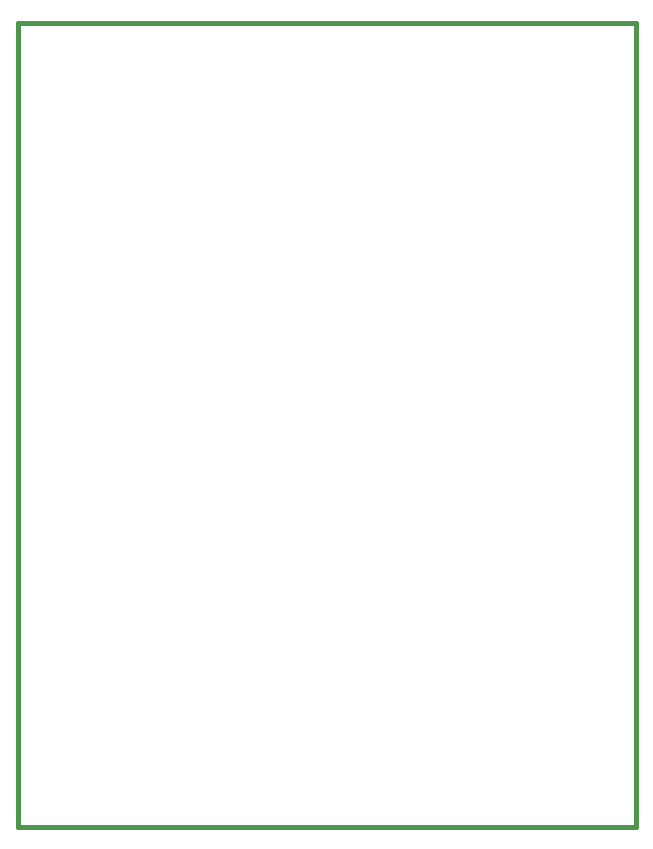
<source format=gbr>
%TF.GenerationSoftware,KiCad,Pcbnew,7.0.2*%
%TF.CreationDate,2023-05-27T02:32:33-07:00*%
%TF.ProjectId,n76e003-ufo-target-board,6e373665-3030-4332-9d75-666f2d746172,rev?*%
%TF.SameCoordinates,Original*%
%TF.FileFunction,Profile,NP*%
%FSLAX46Y46*%
G04 Gerber Fmt 4.6, Leading zero omitted, Abs format (unit mm)*
G04 Created by KiCad (PCBNEW 7.0.2) date 2023-05-27 02:32:33*
%MOMM*%
%LPD*%
G01*
G04 APERTURE LIST*
%TA.AperFunction,Profile*%
%ADD10C,0.381000*%
%TD*%
G04 APERTURE END LIST*
D10*
X174880500Y-131198000D02*
X174880500Y-115069000D01*
X122556500Y-131198000D02*
X122556500Y-63126000D01*
X122556500Y-63126000D02*
X174880500Y-63126000D01*
X174880500Y-80525000D02*
X174880500Y-63126000D01*
X174880500Y-115069000D02*
X174880500Y-80525000D01*
X122556500Y-131198000D02*
X174880500Y-131198000D01*
M02*

</source>
